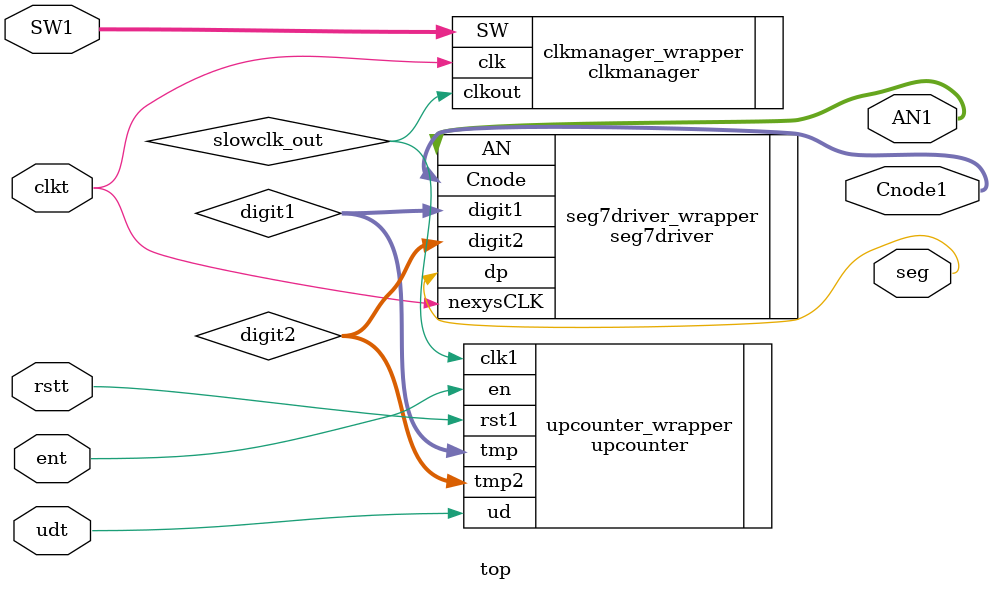
<source format=v>
`timescale 1ns / 1ps

module top(
    input clkt,
    input rstt,
    input ent,
    input [4:0] SW1,
    input udt,
    output seg,
    output [6:0] Cnode1,
    output [7:0] AN1
    );
    wire [3:0] digit1;
    wire [3:0] digit2; 
    wire slowclk_out;
    
    
    clkmanager clkmanager_wrapper(
        .clk(clkt),
        .SW(SW1),
        .clkout(slowclk_out)
    );
    
    upcounter upcounter_wrapper(
        .rst1(rstt),
        .en(ent),
        .clk1(slowclk_out), 
        .tmp(digit1),
        .tmp2(digit2),
        .ud(udt)
    );
    
    seg7driver seg7driver_wrapper(
        .nexysCLK(clkt), 
        .digit1(digit1),
        .digit2(digit2),
        .Cnode(Cnode1),
        .dp(seg),
        .AN(AN1)
    );
       


endmodule

</source>
